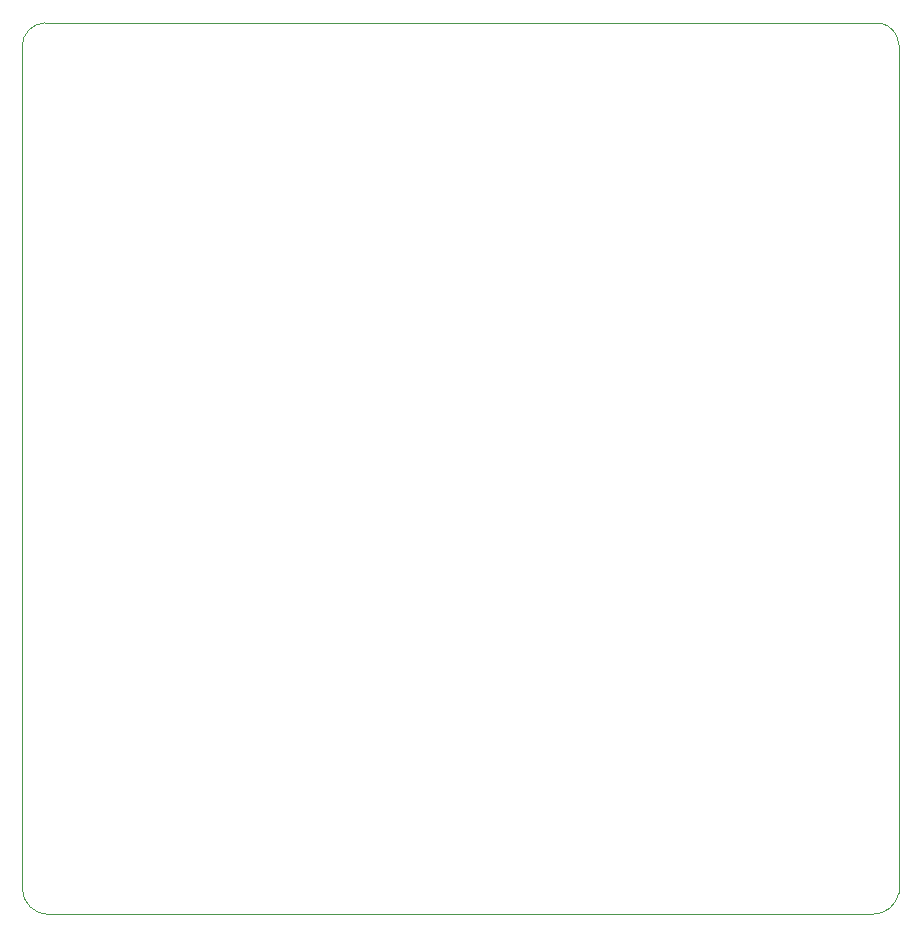
<source format=gbr>
%TF.GenerationSoftware,KiCad,Pcbnew,9.0.4*%
%TF.CreationDate,2025-10-24T18:09:52-05:00*%
%TF.ProjectId,PS-ChargerInterfacePCB,50532d43-6861-4726-9765-72496e746572,rev?*%
%TF.SameCoordinates,Original*%
%TF.FileFunction,Profile,NP*%
%FSLAX46Y46*%
G04 Gerber Fmt 4.6, Leading zero omitted, Abs format (unit mm)*
G04 Created by KiCad (PCBNEW 9.0.4) date 2025-10-24 18:09:52*
%MOMM*%
%LPD*%
G01*
G04 APERTURE LIST*
%TA.AperFunction,Profile*%
%ADD10C,0.050000*%
%TD*%
G04 APERTURE END LIST*
D10*
X62092253Y-43478522D02*
G75*
G02*
X64040340Y-41499965I1990047J-11078D01*
G01*
X64039600Y-41499966D02*
X134722505Y-41520741D01*
X136314659Y-43400000D02*
X136300013Y-115216472D01*
X62100001Y-114807074D02*
X62092253Y-43482690D01*
X134127563Y-116967152D02*
X64310400Y-116991147D01*
X64310359Y-116991147D02*
G75*
G02*
X62100020Y-114797932I41J2210447D01*
G01*
X136300014Y-115216471D02*
G75*
G02*
X134127562Y-116967153I-2156814J453171D01*
G01*
X134722509Y-41520742D02*
G75*
G02*
X136313031Y-43395147I-340509J-1900958D01*
G01*
M02*

</source>
